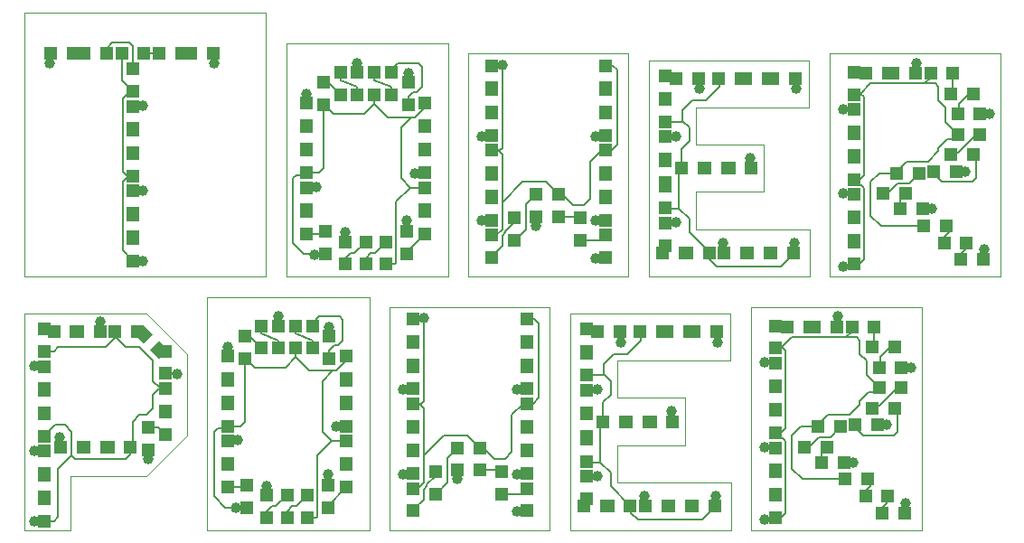
<source format=gtl>
G75*
G70*
%OFA0B0*%
%FSLAX25Y25*%
%IPPOS*%
%LPD*%
%AMOC8*
5,1,8,0,0,1.08239X$1,22.5*
%
%ADD10C,0.03970*%
%ADD14C,0.00600*%
%ADD15C,0.00000*%
%ADD16R,0.04720X0.04720*%
X0010000Y0010000D02*
G75*
%LPD*%
D15*
X0010000Y0010000D02*
X0010000Y0090000D01*
X0055000Y0090000D01*
X0070000Y0075000D01*
X0070000Y0045000D01*
X0055000Y0030000D01*
X0027000Y0030000D01*
X0027000Y0010000D01*
X0010000Y0010000D01*
D16*
X0017500Y0013360D03*
X0017500Y0021630D03*
X0017500Y0022110D03*
X0017500Y0030380D03*
X0017500Y0030860D03*
X0017500Y0039130D03*
X0023360Y0040620D03*
X0031630Y0040620D03*
X0032110Y0040620D03*
X0040380Y0040620D03*
X0040860Y0040620D03*
X0049130Y0040620D03*
X0055620Y0039610D03*
X0061870Y0045240D03*
X0055620Y0047880D03*
X0061870Y0053510D03*
X0061870Y0053990D03*
X0061870Y0062260D03*
X0061870Y0067740D03*
X0061870Y0076010D03*
X0051630Y0083120D03*
X0043360Y0083120D03*
X0037880Y0083120D03*
X0029610Y0083120D03*
X0029130Y0083120D03*
X0020860Y0083120D03*
X0017500Y0084130D03*
X0017500Y0075860D03*
X0017500Y0070380D03*
X0017500Y0062110D03*
X0017500Y0061630D03*
X0017500Y0053360D03*
X0017500Y0052880D03*
X0017500Y0044610D03*
D16*
G36*
X0056460Y0076450D02*
X0059790Y0079780D01*
X0063120Y0076450D01*
X0059790Y0073120D01*
X0056460Y0076450D01*
G37*
G36*
X0050620Y0082290D02*
X0053950Y0085620D01*
X0057280Y0082290D01*
X0053950Y0078960D01*
X0050620Y0082290D01*
G37*
D10*
X0038120Y0086870D03*
X0013750Y0070620D03*
X0066250Y0067500D03*
X0023120Y0044370D03*
X0013750Y0039370D03*
X0055620Y0036250D03*
X0013750Y0013120D03*
D14*
X0017260Y0013120D01*
X0017500Y0013360D01*
X0020860Y0013360D01*
X0022500Y0015000D01*
X0022500Y0032500D01*
X0027500Y0037500D01*
X0028750Y0036250D01*
X0047500Y0036250D01*
X0049130Y0037880D01*
X0049130Y0040620D01*
X0050000Y0041490D01*
X0050000Y0050000D01*
X0052500Y0052500D01*
X0055000Y0052500D01*
X0057500Y0055000D01*
X0057500Y0060000D01*
X0059760Y0062260D01*
X0061870Y0062260D01*
X0061630Y0062500D01*
X0060000Y0062500D01*
X0057500Y0065000D01*
X0057500Y0072500D01*
X0052500Y0077500D01*
X0047500Y0077500D01*
X0043360Y0081630D01*
X0043360Y0083120D01*
X0043360Y0080860D01*
X0040000Y0077500D01*
X0022500Y0077500D01*
X0020860Y0075860D01*
X0017500Y0075860D01*
X0017500Y0070380D02*
X0013990Y0070380D01*
X0013750Y0070620D01*
X0017500Y0062110D02*
X0017500Y0061630D01*
X0017500Y0053360D02*
X0017500Y0052880D01*
X0021250Y0048750D02*
X0017500Y0045000D01*
X0017500Y0044610D01*
X0023120Y0044370D02*
X0023360Y0044130D01*
X0023360Y0040620D01*
X0017500Y0039130D02*
X0017260Y0039370D01*
X0013750Y0039370D01*
X0027500Y0037500D02*
X0027500Y0046250D01*
X0025000Y0048750D01*
X0021250Y0048750D01*
X0031630Y0040620D02*
X0032110Y0040620D01*
X0040380Y0040620D02*
X0040860Y0040620D01*
X0055620Y0039610D02*
X0055620Y0036250D01*
X0061870Y0045240D02*
X0059230Y0047880D01*
X0055620Y0047880D01*
X0017500Y0030860D02*
X0017500Y0030380D01*
X0061870Y0067740D02*
X0066010Y0067740D01*
X0066250Y0067500D01*
X0061870Y0076010D02*
X0061430Y0076450D01*
X0059790Y0076450D01*
X0053950Y0082290D02*
X0053120Y0083120D01*
X0051630Y0083120D01*
X0037880Y0083120D02*
X0037880Y0086630D01*
X0038120Y0086870D01*
X0020860Y0083120D02*
X0019850Y0084130D01*
X0017500Y0084130D01*
X0029130Y0083120D02*
X0029610Y0083120D01*
X0077500Y0010000D02*
G75*
%LPD*%
D15*
X0077500Y0010000D02*
X0077500Y0096000D01*
X0137230Y0096000D01*
X0137230Y0010000D01*
X0077500Y0010000D01*
D16*
X0099370Y0014610D03*
X0106870Y0014610D03*
X0114370Y0014610D03*
X0121870Y0018360D03*
X0114370Y0022880D03*
X0106870Y0022880D03*
X0099370Y0022880D03*
X0091870Y0018360D03*
X0085000Y0025860D03*
X0091870Y0026630D03*
X0085000Y0034130D03*
X0085000Y0034610D03*
X0085000Y0042880D03*
X0085000Y0048360D03*
X0085000Y0056630D03*
X0085000Y0057110D03*
X0085000Y0065380D03*
X0085000Y0065860D03*
X0091250Y0073360D03*
X0085000Y0074130D03*
X0097500Y0077110D03*
X0103750Y0077110D03*
X0110000Y0077110D03*
X0116250Y0077110D03*
X0128750Y0074130D03*
X0122500Y0073360D03*
X0128750Y0065860D03*
X0128750Y0065380D03*
X0128750Y0057110D03*
X0128750Y0056630D03*
X0128750Y0048360D03*
X0128750Y0042880D03*
X0128750Y0034610D03*
X0128750Y0034130D03*
X0121870Y0026630D03*
X0128750Y0025860D03*
X0122500Y0081630D03*
X0116250Y0085380D03*
X0110000Y0085380D03*
X0103750Y0085380D03*
X0097500Y0085380D03*
X0091250Y0081630D03*
D10*
X0085000Y0077500D03*
X0122500Y0085000D03*
X0103750Y0088750D03*
X0125000Y0048120D03*
X0088750Y0043120D03*
X0121870Y0030620D03*
X0099370Y0026250D03*
X0088120Y0018120D03*
D14*
X0088120Y0018360D01*
X0084130Y0018360D01*
X0080000Y0022500D01*
X0080000Y0046250D01*
X0081250Y0047500D01*
X0084130Y0047500D01*
X0085000Y0048360D01*
X0089610Y0048360D01*
X0091250Y0050000D01*
X0091250Y0073360D01*
X0091630Y0073360D01*
X0095000Y0070000D01*
X0106250Y0070000D01*
X0110000Y0073750D01*
X0115000Y0068750D01*
X0123750Y0068750D01*
X0120000Y0065000D01*
X0120000Y0046250D01*
X0123360Y0042880D01*
X0118120Y0037640D01*
X0118120Y0015000D01*
X0117740Y0014610D01*
X0114370Y0014610D01*
X0106870Y0014610D02*
X0106870Y0016870D01*
X0108750Y0018750D01*
X0110240Y0018750D01*
X0114370Y0022880D01*
X0106870Y0022880D02*
X0102740Y0018750D01*
X0101250Y0018750D01*
X0099370Y0016870D01*
X0099370Y0014610D01*
X0091870Y0018360D02*
X0088120Y0018360D01*
X0099370Y0022880D02*
X0099370Y0026250D01*
X0091870Y0026630D02*
X0091100Y0025860D01*
X0085000Y0025860D01*
X0121870Y0018990D02*
X0128750Y0025860D01*
X0121870Y0018990D02*
X0121870Y0018360D01*
X0123360Y0042880D02*
X0128750Y0042880D01*
X0128510Y0048120D02*
X0125000Y0048120D01*
X0128510Y0048120D02*
X0128750Y0048360D01*
X0088750Y0043120D02*
X0088510Y0042880D01*
X0085000Y0042880D01*
X0123750Y0068750D02*
X0125000Y0068750D01*
X0128750Y0072500D01*
X0128750Y0074130D01*
X0124370Y0078120D02*
X0122500Y0076250D01*
X0122500Y0073360D01*
X0110000Y0073750D02*
X0110000Y0077110D01*
X0116250Y0077110D02*
X0116250Y0080000D01*
X0110000Y0082500D01*
X0110000Y0085380D01*
X0116250Y0085380D02*
X0116250Y0086250D01*
X0118750Y0088750D01*
X0126250Y0088750D01*
X0127500Y0087500D01*
X0127500Y0080000D01*
X0125620Y0078120D01*
X0124370Y0078120D01*
X0122500Y0081630D02*
X0122500Y0085000D01*
X0103750Y0085380D02*
X0103750Y0088750D01*
X0097500Y0085380D02*
X0097500Y0082500D01*
X0103750Y0080000D01*
X0103750Y0077110D01*
X0097500Y0077110D02*
X0092980Y0081630D01*
X0091250Y0081630D01*
X0085000Y0077500D02*
X0085000Y0074130D01*
X0144730Y0010000D02*
G75*
%LPD*%
D15*
X0144730Y0010000D02*
X0144730Y0092250D01*
X0203740Y0092250D01*
X0203740Y0010000D01*
X0144730Y0010000D01*
D16*
X0153480Y0017110D03*
X0161600Y0023360D03*
X0153480Y0025380D03*
X0153480Y0030860D03*
X0161600Y0031630D03*
X0169730Y0032110D03*
X0177850Y0032110D03*
X0185980Y0031630D03*
X0195350Y0030860D03*
X0195350Y0025380D03*
X0185980Y0023360D03*
X0195350Y0017110D03*
X0195350Y0039130D03*
X0195350Y0039610D03*
X0177850Y0040380D03*
X0169730Y0040380D03*
X0153480Y0039610D03*
X0153480Y0039130D03*
X0153480Y0047880D03*
X0153480Y0048360D03*
X0153480Y0056630D03*
X0153480Y0062110D03*
X0153480Y0070380D03*
X0153480Y0070860D03*
X0153480Y0079130D03*
X0153480Y0079610D03*
X0153480Y0087880D03*
X0195350Y0087880D03*
X0195350Y0079610D03*
X0195350Y0079130D03*
X0195350Y0070860D03*
X0195350Y0070380D03*
X0195350Y0062110D03*
X0195350Y0056630D03*
X0195350Y0048360D03*
X0195350Y0047880D03*
D10*
X0191600Y0061870D03*
X0149730Y0061870D03*
X0157230Y0088120D03*
X0149730Y0030620D03*
X0169730Y0028750D03*
X0191600Y0030620D03*
X0191600Y0016870D03*
D14*
X0195110Y0016870D01*
X0195350Y0017110D01*
X0193330Y0023360D02*
X0185980Y0023360D01*
X0193330Y0023360D02*
X0195350Y0025380D01*
X0195110Y0030620D02*
X0191600Y0030620D01*
X0195110Y0030620D02*
X0195350Y0030860D01*
X0185980Y0031630D02*
X0185490Y0032110D01*
X0177850Y0032110D01*
X0169730Y0032110D02*
X0169730Y0028750D01*
X0165980Y0027500D02*
X0165980Y0036630D01*
X0169730Y0040380D01*
X0173240Y0045000D02*
X0177850Y0040380D01*
X0178240Y0040000D01*
X0179730Y0040000D01*
X0183480Y0036250D01*
X0187230Y0036250D01*
X0189730Y0038750D01*
X0189730Y0052500D01*
X0193860Y0056630D01*
X0195350Y0056630D01*
X0197610Y0056630D01*
X0199730Y0058750D01*
X0199730Y0086250D01*
X0198090Y0087880D01*
X0195350Y0087880D01*
X0157230Y0088120D02*
X0157230Y0057500D01*
X0156360Y0056630D01*
X0153480Y0056630D01*
X0155590Y0056630D01*
X0157230Y0055000D01*
X0157230Y0037500D01*
X0164730Y0045000D01*
X0173240Y0045000D01*
X0153480Y0047880D02*
X0153480Y0048360D01*
X0153480Y0039610D02*
X0153480Y0039130D01*
X0157230Y0037500D02*
X0157230Y0027500D01*
X0155110Y0025380D01*
X0153480Y0025380D01*
X0157230Y0025000D02*
X0158480Y0026250D01*
X0158480Y0026870D01*
X0161600Y0030000D01*
X0161600Y0031630D01*
X0153480Y0030860D02*
X0149970Y0030860D01*
X0149730Y0030620D01*
X0157230Y0025000D02*
X0157230Y0021250D01*
X0153480Y0017500D01*
X0153480Y0017110D01*
X0161600Y0023360D02*
X0161840Y0023360D01*
X0165980Y0027500D01*
X0153480Y0062110D02*
X0149970Y0062110D01*
X0149730Y0061870D01*
X0153480Y0070380D02*
X0153480Y0070860D01*
X0153480Y0079130D02*
X0153480Y0079610D01*
X0153480Y0087880D02*
X0156990Y0087880D01*
X0157230Y0088120D01*
X0191600Y0061870D02*
X0195110Y0061870D01*
X0195350Y0062110D01*
X0211240Y0010000D02*
G75*
%LPD*%
D15*
X0211240Y0010000D02*
X0211240Y0089750D01*
X0270250Y0089750D01*
X0270250Y0072500D01*
X0228740Y0072500D01*
X0228740Y0058750D01*
X0253740Y0058750D01*
X0253740Y0041250D01*
X0228740Y0041250D01*
X0228740Y0027500D01*
X0270610Y0027500D01*
X0270610Y0010000D01*
X0211240Y0010000D01*
D16*
X0216480Y0018750D03*
X0224750Y0018750D03*
X0225230Y0018750D03*
X0217490Y0021490D03*
X0233500Y0018750D03*
X0238980Y0018750D03*
X0247250Y0018750D03*
X0247730Y0018750D03*
X0256000Y0018750D03*
X0256480Y0018750D03*
X0264750Y0018750D03*
X0217490Y0029760D03*
X0217490Y0035240D03*
X0217490Y0043510D03*
X0217490Y0044610D03*
X0223350Y0050000D03*
X0231620Y0050000D03*
X0232100Y0050000D03*
X0240370Y0050000D03*
X0240850Y0050000D03*
X0249120Y0050000D03*
X0217490Y0052880D03*
X0217490Y0053360D03*
X0217490Y0061630D03*
X0217490Y0067110D03*
X0217490Y0075380D03*
X0217490Y0075860D03*
X0221480Y0083120D03*
X0217490Y0084130D03*
X0229750Y0083120D03*
X0237100Y0083120D03*
X0245370Y0083120D03*
X0247100Y0083120D03*
X0255370Y0083120D03*
X0257100Y0083120D03*
X0265370Y0083120D03*
D10*
X0265610Y0079370D03*
X0229990Y0079370D03*
X0221240Y0061870D03*
X0248740Y0053750D03*
X0221240Y0030000D03*
X0238740Y0022500D03*
X0264990Y0022500D03*
D14*
X0264990Y0018750D01*
X0264750Y0018750D01*
X0264750Y0018510D01*
X0259990Y0013750D01*
X0236240Y0013750D01*
X0233740Y0016250D01*
X0233740Y0018510D01*
X0233500Y0018750D01*
X0233500Y0018990D01*
X0226240Y0026250D01*
X0226240Y0031250D01*
X0222490Y0035000D01*
X0222490Y0049130D01*
X0223350Y0050000D01*
X0223350Y0057110D01*
X0226240Y0060000D01*
X0226240Y0065000D01*
X0223740Y0067500D01*
X0223740Y0071250D01*
X0227490Y0075000D01*
X0232490Y0075000D01*
X0237490Y0080000D01*
X0237490Y0082740D01*
X0237100Y0083120D01*
X0229750Y0083120D02*
X0229750Y0079610D01*
X0229990Y0079370D01*
X0221480Y0083120D02*
X0220470Y0084130D01*
X0217490Y0084130D01*
X0245370Y0083120D02*
X0247100Y0083120D01*
X0255370Y0083120D02*
X0257100Y0083120D01*
X0265370Y0083120D02*
X0265370Y0079610D01*
X0265610Y0079370D01*
X0223740Y0067500D02*
X0223350Y0067110D01*
X0217490Y0067110D01*
X0217490Y0061630D02*
X0221000Y0061630D01*
X0221240Y0061870D01*
X0217490Y0053360D02*
X0217490Y0052880D01*
X0231620Y0050000D02*
X0232100Y0050000D01*
X0240370Y0050000D02*
X0240850Y0050000D01*
X0249120Y0050000D02*
X0249120Y0053360D01*
X0248740Y0053750D01*
X0217490Y0044610D02*
X0217490Y0043510D01*
X0217490Y0035240D02*
X0217730Y0035000D01*
X0222490Y0035000D01*
X0221240Y0030000D02*
X0221000Y0029760D01*
X0217490Y0029760D01*
X0217490Y0021490D02*
X0216480Y0020480D01*
X0216480Y0018750D01*
X0224750Y0018750D02*
X0225230Y0018750D01*
X0238980Y0018750D02*
X0238980Y0022260D01*
X0238740Y0022500D01*
X0247250Y0018750D02*
X0247730Y0018750D01*
X0256000Y0018750D02*
X0256480Y0018750D01*
X0217490Y0075380D02*
X0217490Y0075860D01*
X0278110Y0010000D02*
G75*
%LPD*%
D15*
X0278110Y0010000D02*
X0278110Y0092250D01*
X0340870Y0092250D01*
X0340870Y0010000D01*
X0278110Y0010000D01*
D16*
X0286860Y0014610D03*
X0286860Y0022880D03*
X0286860Y0023360D03*
X0312720Y0028750D03*
X0320990Y0028750D03*
X0312240Y0035000D03*
X0303970Y0035000D03*
X0286860Y0032110D03*
X0286860Y0031630D03*
X0320220Y0022500D03*
X0328490Y0022500D03*
X0326470Y0016250D03*
X0334740Y0016250D03*
X0305990Y0040620D03*
X0297720Y0040620D03*
X0286860Y0040380D03*
X0286860Y0045860D03*
X0302720Y0048120D03*
X0310990Y0048120D03*
X0316470Y0048750D03*
X0324740Y0048750D03*
X0322720Y0055000D03*
X0330990Y0055000D03*
X0333490Y0062500D03*
X0325220Y0062500D03*
X0325220Y0070000D03*
X0333490Y0070000D03*
X0330990Y0077500D03*
X0322720Y0077500D03*
X0323490Y0085000D03*
X0315220Y0085000D03*
X0309740Y0085000D03*
X0301470Y0085000D03*
X0299740Y0085000D03*
X0291470Y0085000D03*
X0286860Y0085380D03*
X0286860Y0077110D03*
X0286860Y0071630D03*
X0286860Y0063360D03*
X0286860Y0062880D03*
X0286860Y0054610D03*
X0286860Y0054130D03*
D10*
X0328110Y0048750D03*
X0283110Y0040620D03*
X0315610Y0035000D03*
X0334980Y0020000D03*
X0283110Y0013750D03*
X0336860Y0070000D03*
X0283110Y0071870D03*
X0309980Y0088750D03*
D14*
X0309740Y0088750D01*
X0309740Y0085000D01*
X0313110Y0081250D02*
X0315220Y0083360D01*
X0315220Y0085000D01*
X0323490Y0085000D02*
X0323490Y0078260D01*
X0322720Y0077500D01*
X0325610Y0073750D02*
X0329360Y0077500D01*
X0330990Y0077500D01*
X0325610Y0073750D02*
X0325610Y0070380D01*
X0325220Y0070000D01*
X0320610Y0072500D02*
X0320610Y0067110D01*
X0325220Y0062500D01*
X0325220Y0060860D01*
X0321470Y0060860D01*
X0318110Y0057500D01*
X0318110Y0056250D01*
X0314360Y0052500D01*
X0306470Y0052500D01*
X0302720Y0048750D01*
X0302720Y0048120D01*
X0296230Y0048120D01*
X0293110Y0045000D01*
X0293110Y0032500D01*
X0296860Y0028750D01*
X0312720Y0028750D01*
X0320990Y0028750D02*
X0321860Y0029130D01*
X0321860Y0026250D01*
X0320220Y0024610D01*
X0320220Y0022500D01*
X0326470Y0018360D02*
X0328110Y0020000D01*
X0328110Y0023360D01*
X0328490Y0022500D01*
X0334980Y0020000D02*
X0334980Y0017740D01*
X0334740Y0016250D01*
X0326470Y0016250D02*
X0326470Y0018360D01*
X0290610Y0016250D02*
X0288970Y0014610D01*
X0286860Y0014610D01*
X0286860Y0013750D01*
X0283110Y0013750D01*
X0290610Y0016250D02*
X0290610Y0042740D01*
X0287480Y0045860D01*
X0286860Y0045860D01*
X0288970Y0045860D01*
X0290610Y0047500D01*
X0290610Y0076250D01*
X0289360Y0077500D01*
X0293110Y0081250D01*
X0313110Y0081250D01*
X0316860Y0081250D01*
X0318110Y0080000D01*
X0318110Y0075000D01*
X0320610Y0072500D01*
X0333490Y0070000D02*
X0336860Y0070000D01*
X0333490Y0062500D02*
X0331860Y0062500D01*
X0325220Y0055860D01*
X0322720Y0055000D01*
X0330990Y0055000D02*
X0331860Y0054130D01*
X0331860Y0046250D01*
X0330610Y0045000D01*
X0319360Y0045000D01*
X0317720Y0046630D01*
X0316470Y0048750D01*
X0310990Y0048120D02*
X0307240Y0044370D01*
X0303110Y0044370D01*
X0299980Y0041250D01*
X0297720Y0040620D01*
X0303970Y0039230D02*
X0305990Y0040620D01*
X0303970Y0039230D02*
X0303970Y0035000D01*
X0312240Y0035000D02*
X0315610Y0035000D01*
X0286860Y0040380D02*
X0286860Y0040620D01*
X0283110Y0040620D01*
X0324740Y0048750D02*
X0328110Y0048750D01*
X0286860Y0071630D02*
X0286860Y0071870D01*
X0283110Y0071870D01*
X0286860Y0077110D02*
X0287240Y0077500D01*
X0289360Y0077500D01*
X0291470Y0085000D02*
X0287240Y0085000D01*
X0286860Y0085380D01*
X0010000Y0103500D02*
G75*
%LPD*%
D15*
X0010000Y0103500D02*
X0010000Y0200750D01*
X0099010Y0200750D01*
X0099010Y0103500D01*
X0010000Y0103500D01*
D16*
X0050000Y0109360D03*
X0050000Y0117630D03*
X0050000Y0118110D03*
X0050000Y0126380D03*
X0050000Y0126860D03*
X0050000Y0135130D03*
X0050000Y0140610D03*
X0050000Y0148880D03*
X0050000Y0149360D03*
X0050000Y0157630D03*
X0050000Y0158110D03*
X0050000Y0166380D03*
X0050000Y0171860D03*
X0050000Y0180130D03*
X0054130Y0186000D03*
X0059610Y0186000D03*
X0067880Y0186000D03*
X0071490Y0186000D03*
X0079760Y0186000D03*
X0045860Y0186000D03*
X0040380Y0186000D03*
X0032110Y0186000D03*
X0027880Y0186000D03*
X0019610Y0186000D03*
D10*
X0019370Y0182250D03*
X0080000Y0182250D03*
X0053750Y0166620D03*
X0053750Y0135370D03*
X0053750Y0109120D03*
D14*
X0050000Y0109360D01*
X0046250Y0113110D01*
X0046250Y0138500D01*
X0048360Y0140610D01*
X0050000Y0140610D01*
X0047880Y0140610D01*
X0046250Y0142250D01*
X0046250Y0169120D01*
X0048990Y0171860D01*
X0050000Y0171860D01*
X0045860Y0176000D01*
X0045860Y0186000D01*
X0042500Y0189750D02*
X0040380Y0187630D01*
X0040380Y0186000D01*
X0032110Y0186000D02*
X0027880Y0186000D01*
X0019610Y0186000D02*
X0019370Y0185760D01*
X0019370Y0182250D01*
X0042500Y0189750D02*
X0048750Y0189750D01*
X0050000Y0188500D01*
X0050000Y0180130D01*
X0054130Y0186000D02*
X0059610Y0186000D01*
X0067880Y0186000D02*
X0071490Y0186000D01*
X0079760Y0186000D02*
X0079760Y0182490D01*
X0080000Y0182250D01*
X0053750Y0166620D02*
X0053510Y0166380D01*
X0050000Y0166380D01*
X0050000Y0158110D02*
X0050000Y0157630D01*
X0050000Y0149360D02*
X0050000Y0148880D01*
X0050000Y0135130D02*
X0053750Y0135370D01*
X0050000Y0126860D02*
X0050000Y0126380D01*
X0050000Y0118110D02*
X0050000Y0117630D01*
X0106510Y0103500D02*
G75*
%LPD*%
D15*
X0106510Y0103500D02*
X0106510Y0189500D01*
X0166240Y0189500D01*
X0166240Y0103500D01*
X0106510Y0103500D01*
D16*
X0128380Y0108110D03*
X0135880Y0108110D03*
X0143380Y0108110D03*
X0150880Y0111860D03*
X0143380Y0116380D03*
X0135880Y0116380D03*
X0128380Y0116380D03*
X0120880Y0111860D03*
X0114010Y0119360D03*
X0120880Y0120130D03*
X0114010Y0127630D03*
X0114010Y0128110D03*
X0114010Y0136380D03*
X0114010Y0141860D03*
X0114010Y0150130D03*
X0114010Y0150610D03*
X0114010Y0158880D03*
X0114010Y0159360D03*
X0120260Y0166860D03*
X0114010Y0167630D03*
X0126510Y0170610D03*
X0132760Y0170610D03*
X0139010Y0170610D03*
X0145260Y0170610D03*
X0157760Y0167630D03*
X0151510Y0166860D03*
X0157760Y0159360D03*
X0157760Y0158880D03*
X0157760Y0150610D03*
X0157760Y0150130D03*
X0157760Y0141860D03*
X0157760Y0136380D03*
X0157760Y0128110D03*
X0157760Y0127630D03*
X0150880Y0120130D03*
X0157760Y0119360D03*
X0151510Y0175130D03*
X0145260Y0178880D03*
X0139010Y0178880D03*
X0132760Y0178880D03*
X0126510Y0178880D03*
X0120260Y0175130D03*
D10*
X0114010Y0171000D03*
X0151510Y0178500D03*
X0132760Y0182250D03*
X0154010Y0141620D03*
X0117760Y0136620D03*
X0150880Y0124120D03*
X0128380Y0119750D03*
X0117130Y0111620D03*
D14*
X0117130Y0111860D01*
X0113140Y0111860D01*
X0109010Y0116000D01*
X0109010Y0139750D01*
X0110260Y0141000D01*
X0113140Y0141000D01*
X0114010Y0141860D01*
X0118620Y0141860D01*
X0120260Y0143500D01*
X0120260Y0166860D01*
X0120640Y0166860D01*
X0124010Y0163500D01*
X0135260Y0163500D01*
X0139010Y0167250D01*
X0144010Y0162250D01*
X0152760Y0162250D01*
X0149010Y0158500D01*
X0149010Y0139750D01*
X0152370Y0136380D01*
X0147130Y0131140D01*
X0147130Y0108500D01*
X0146750Y0108110D01*
X0143380Y0108110D01*
X0135880Y0108110D02*
X0135880Y0110370D01*
X0137760Y0112250D01*
X0139250Y0112250D01*
X0143380Y0116380D01*
X0135880Y0116380D02*
X0131750Y0112250D01*
X0130260Y0112250D01*
X0128380Y0110370D01*
X0128380Y0108110D01*
X0120880Y0111860D02*
X0117130Y0111860D01*
X0128380Y0116380D02*
X0128380Y0119750D01*
X0120880Y0120130D02*
X0120110Y0119360D01*
X0114010Y0119360D01*
X0150880Y0112490D02*
X0157760Y0119360D01*
X0150880Y0112490D02*
X0150880Y0111860D01*
X0152370Y0136380D02*
X0157760Y0136380D01*
X0157520Y0141620D02*
X0154010Y0141620D01*
X0157520Y0141620D02*
X0157760Y0141860D01*
X0117760Y0136620D02*
X0117520Y0136380D01*
X0114010Y0136380D01*
X0152760Y0162250D02*
X0154010Y0162250D01*
X0157760Y0166000D01*
X0157760Y0167630D01*
X0153380Y0171620D02*
X0151510Y0169750D01*
X0151510Y0166860D01*
X0139010Y0167250D02*
X0139010Y0170610D01*
X0145260Y0170610D02*
X0145260Y0173500D01*
X0139010Y0176000D01*
X0139010Y0178880D01*
X0145260Y0178880D02*
X0145260Y0179750D01*
X0147760Y0182250D01*
X0155260Y0182250D01*
X0156510Y0181000D01*
X0156510Y0173500D01*
X0154630Y0171620D01*
X0153380Y0171620D01*
X0151510Y0175130D02*
X0151510Y0178500D01*
X0132760Y0178880D02*
X0132760Y0182250D01*
X0126510Y0178880D02*
X0126510Y0176000D01*
X0132760Y0173500D01*
X0132760Y0170610D01*
X0126510Y0170610D02*
X0121990Y0175130D01*
X0120260Y0175130D01*
X0114010Y0171000D02*
X0114010Y0167630D01*
X0173740Y0103500D02*
G75*
%LPD*%
D15*
X0173740Y0103500D02*
X0173740Y0185750D01*
X0232750Y0185750D01*
X0232750Y0103500D01*
X0173740Y0103500D01*
D16*
X0182490Y0110610D03*
X0190610Y0116860D03*
X0182490Y0118880D03*
X0182490Y0124360D03*
X0190610Y0125130D03*
X0198740Y0125610D03*
X0206860Y0125610D03*
X0214990Y0125130D03*
X0224360Y0124360D03*
X0224360Y0118880D03*
X0214990Y0116860D03*
X0224360Y0110610D03*
X0224360Y0132630D03*
X0224360Y0133110D03*
X0206860Y0133880D03*
X0198740Y0133880D03*
X0182490Y0133110D03*
X0182490Y0132630D03*
X0182490Y0141380D03*
X0182490Y0141860D03*
X0182490Y0150130D03*
X0182490Y0155610D03*
X0182490Y0163880D03*
X0182490Y0164360D03*
X0182490Y0172630D03*
X0182490Y0173110D03*
X0182490Y0181380D03*
X0224360Y0181380D03*
X0224360Y0173110D03*
X0224360Y0172630D03*
X0224360Y0164360D03*
X0224360Y0163880D03*
X0224360Y0155610D03*
X0224360Y0150130D03*
X0224360Y0141860D03*
X0224360Y0141380D03*
D10*
X0220610Y0155370D03*
X0178740Y0155370D03*
X0186240Y0181620D03*
X0178740Y0124120D03*
X0198740Y0122250D03*
X0220610Y0124120D03*
X0220610Y0110370D03*
D14*
X0224120Y0110370D01*
X0224360Y0110610D01*
X0222340Y0116860D02*
X0214990Y0116860D01*
X0222340Y0116860D02*
X0224360Y0118880D01*
X0224120Y0124120D02*
X0220610Y0124120D01*
X0224120Y0124120D02*
X0224360Y0124360D01*
X0214990Y0125130D02*
X0214500Y0125610D01*
X0206860Y0125610D01*
X0198740Y0125610D02*
X0198740Y0122250D01*
X0194990Y0121000D02*
X0194990Y0130130D01*
X0198740Y0133880D01*
X0202250Y0138500D02*
X0206860Y0133880D01*
X0207250Y0133500D01*
X0208740Y0133500D01*
X0212490Y0129750D01*
X0216240Y0129750D01*
X0218740Y0132250D01*
X0218740Y0146000D01*
X0222870Y0150130D01*
X0224360Y0150130D01*
X0226620Y0150130D01*
X0228740Y0152250D01*
X0228740Y0179750D01*
X0227100Y0181380D01*
X0224360Y0181380D01*
X0186240Y0181620D02*
X0186240Y0151000D01*
X0185370Y0150130D01*
X0182490Y0150130D01*
X0184600Y0150130D01*
X0186240Y0148500D01*
X0186240Y0131000D01*
X0193740Y0138500D01*
X0202250Y0138500D01*
X0182490Y0141380D02*
X0182490Y0141860D01*
X0182490Y0133110D02*
X0182490Y0132630D01*
X0186240Y0131000D02*
X0186240Y0121000D01*
X0184120Y0118880D01*
X0182490Y0118880D01*
X0186240Y0118500D02*
X0187490Y0119750D01*
X0187490Y0120370D01*
X0190610Y0123500D01*
X0190610Y0125130D01*
X0182490Y0124360D02*
X0178980Y0124360D01*
X0178740Y0124120D01*
X0186240Y0118500D02*
X0186240Y0114750D01*
X0182490Y0111000D01*
X0182490Y0110610D01*
X0190610Y0116860D02*
X0190850Y0116860D01*
X0194990Y0121000D01*
X0182490Y0155610D02*
X0178980Y0155610D01*
X0178740Y0155370D01*
X0182490Y0163880D02*
X0182490Y0164360D01*
X0182490Y0172630D02*
X0182490Y0173110D01*
X0182490Y0181380D02*
X0186000Y0181380D01*
X0186240Y0181620D01*
X0220610Y0155370D02*
X0224120Y0155370D01*
X0224360Y0155610D01*
X0240250Y0103500D02*
G75*
%LPD*%
D15*
X0240250Y0103500D02*
X0240250Y0183250D01*
X0299260Y0183250D01*
X0299260Y0166000D01*
X0257750Y0166000D01*
X0257750Y0152250D01*
X0282750Y0152250D01*
X0282750Y0134750D01*
X0257750Y0134750D01*
X0257750Y0121000D01*
X0299620Y0121000D01*
X0299620Y0103500D01*
X0240250Y0103500D01*
D16*
X0245490Y0112250D03*
X0253760Y0112250D03*
X0254240Y0112250D03*
X0246500Y0114990D03*
X0262510Y0112250D03*
X0267990Y0112250D03*
X0276260Y0112250D03*
X0276740Y0112250D03*
X0285010Y0112250D03*
X0285490Y0112250D03*
X0293760Y0112250D03*
X0246500Y0123260D03*
X0246500Y0128740D03*
X0246500Y0137010D03*
X0246500Y0138110D03*
X0252360Y0143500D03*
X0260630Y0143500D03*
X0261110Y0143500D03*
X0269380Y0143500D03*
X0269860Y0143500D03*
X0278130Y0143500D03*
X0246500Y0146380D03*
X0246500Y0146860D03*
X0246500Y0155130D03*
X0246500Y0160610D03*
X0246500Y0168880D03*
X0246500Y0169360D03*
X0250490Y0176620D03*
X0246500Y0177630D03*
X0258760Y0176620D03*
X0266110Y0176620D03*
X0274380Y0176620D03*
X0276110Y0176620D03*
X0284380Y0176620D03*
X0286110Y0176620D03*
X0294380Y0176620D03*
D10*
X0294620Y0172870D03*
X0259000Y0172870D03*
X0250250Y0155370D03*
X0277750Y0147250D03*
X0250250Y0123500D03*
X0267750Y0116000D03*
X0294000Y0116000D03*
D14*
X0294000Y0112250D01*
X0293760Y0112250D01*
X0293760Y0112010D01*
X0289000Y0107250D01*
X0265250Y0107250D01*
X0262750Y0109750D01*
X0262750Y0112010D01*
X0262510Y0112250D01*
X0262510Y0112490D01*
X0255250Y0119750D01*
X0255250Y0124750D01*
X0251500Y0128500D01*
X0251500Y0142630D01*
X0252360Y0143500D01*
X0252360Y0150610D01*
X0255250Y0153500D01*
X0255250Y0158500D01*
X0252750Y0161000D01*
X0252750Y0164750D01*
X0256500Y0168500D01*
X0261500Y0168500D01*
X0266500Y0173500D01*
X0266500Y0176240D01*
X0266110Y0176620D01*
X0258760Y0176620D02*
X0258760Y0173110D01*
X0259000Y0172870D01*
X0250490Y0176620D02*
X0249480Y0177630D01*
X0246500Y0177630D01*
X0274380Y0176620D02*
X0276110Y0176620D01*
X0284380Y0176620D02*
X0286110Y0176620D01*
X0294380Y0176620D02*
X0294380Y0173110D01*
X0294620Y0172870D01*
X0252750Y0161000D02*
X0252360Y0160610D01*
X0246500Y0160610D01*
X0246500Y0155130D02*
X0250010Y0155130D01*
X0250250Y0155370D01*
X0246500Y0146860D02*
X0246500Y0146380D01*
X0260630Y0143500D02*
X0261110Y0143500D01*
X0269380Y0143500D02*
X0269860Y0143500D01*
X0278130Y0143500D02*
X0278130Y0146860D01*
X0277750Y0147250D01*
X0246500Y0138110D02*
X0246500Y0137010D01*
X0246500Y0128740D02*
X0246740Y0128500D01*
X0251500Y0128500D01*
X0250250Y0123500D02*
X0250010Y0123260D01*
X0246500Y0123260D01*
X0246500Y0114990D02*
X0245490Y0113980D01*
X0245490Y0112250D01*
X0253760Y0112250D02*
X0254240Y0112250D01*
X0267990Y0112250D02*
X0267990Y0115760D01*
X0267750Y0116000D01*
X0276260Y0112250D02*
X0276740Y0112250D01*
X0285010Y0112250D02*
X0285490Y0112250D01*
X0246500Y0168880D02*
X0246500Y0169360D01*
X0307120Y0103500D02*
G75*
%LPD*%
D15*
X0307120Y0103500D02*
X0307120Y0185750D01*
X0369880Y0185750D01*
X0369880Y0103500D01*
X0307120Y0103500D01*
D16*
X0315870Y0108110D03*
X0315870Y0116380D03*
X0315870Y0116860D03*
X0341730Y0122250D03*
X0350000Y0122250D03*
X0341250Y0128500D03*
X0332980Y0128500D03*
X0315870Y0125610D03*
X0315870Y0125130D03*
X0349230Y0116000D03*
X0357500Y0116000D03*
X0355480Y0109750D03*
X0363750Y0109750D03*
X0335000Y0134120D03*
X0326730Y0134120D03*
X0315870Y0133880D03*
X0315870Y0139360D03*
X0331730Y0141620D03*
X0340000Y0141620D03*
X0345480Y0142250D03*
X0353750Y0142250D03*
X0351730Y0148500D03*
X0360000Y0148500D03*
X0362500Y0156000D03*
X0354230Y0156000D03*
X0354230Y0163500D03*
X0362500Y0163500D03*
X0360000Y0171000D03*
X0351730Y0171000D03*
X0352500Y0178500D03*
X0344230Y0178500D03*
X0338750Y0178500D03*
X0330480Y0178500D03*
X0328750Y0178500D03*
X0320480Y0178500D03*
X0315870Y0178880D03*
X0315870Y0170610D03*
X0315870Y0165130D03*
X0315870Y0156860D03*
X0315870Y0156380D03*
X0315870Y0148110D03*
X0315870Y0147630D03*
D10*
X0357120Y0142250D03*
X0312120Y0134120D03*
X0344620Y0128500D03*
X0363990Y0113500D03*
X0312120Y0107250D03*
X0365870Y0163500D03*
X0312120Y0165370D03*
X0338990Y0182250D03*
D14*
X0338750Y0182250D01*
X0338750Y0178500D01*
X0342120Y0174750D02*
X0344230Y0176860D01*
X0344230Y0178500D01*
X0352500Y0178500D02*
X0352500Y0171760D01*
X0351730Y0171000D01*
X0354620Y0167250D02*
X0358370Y0171000D01*
X0360000Y0171000D01*
X0354620Y0167250D02*
X0354620Y0163880D01*
X0354230Y0163500D01*
X0349620Y0166000D02*
X0349620Y0160610D01*
X0354230Y0156000D01*
X0354230Y0154360D01*
X0350480Y0154360D01*
X0347120Y0151000D01*
X0347120Y0149750D01*
X0343370Y0146000D01*
X0335480Y0146000D01*
X0331730Y0142250D01*
X0331730Y0141620D01*
X0325240Y0141620D01*
X0322120Y0138500D01*
X0322120Y0126000D01*
X0325870Y0122250D01*
X0341730Y0122250D01*
X0350000Y0122250D02*
X0350870Y0122630D01*
X0350870Y0119750D01*
X0349230Y0118110D01*
X0349230Y0116000D01*
X0355480Y0111860D02*
X0357120Y0113500D01*
X0357120Y0116860D01*
X0357500Y0116000D01*
X0363990Y0113500D02*
X0363990Y0111240D01*
X0363750Y0109750D01*
X0355480Y0109750D02*
X0355480Y0111860D01*
X0319620Y0109750D02*
X0317980Y0108110D01*
X0315870Y0108110D01*
X0315870Y0107250D01*
X0312120Y0107250D01*
X0319620Y0109750D02*
X0319620Y0136240D01*
X0316490Y0139360D01*
X0315870Y0139360D01*
X0317980Y0139360D01*
X0319620Y0141000D01*
X0319620Y0169750D01*
X0318370Y0171000D01*
X0322120Y0174750D01*
X0342120Y0174750D01*
X0345870Y0174750D01*
X0347120Y0173500D01*
X0347120Y0168500D01*
X0349620Y0166000D01*
X0362500Y0163500D02*
X0365870Y0163500D01*
X0362500Y0156000D02*
X0360870Y0156000D01*
X0354230Y0149360D01*
X0351730Y0148500D01*
X0360000Y0148500D02*
X0360870Y0147630D01*
X0360870Y0139750D01*
X0359620Y0138500D01*
X0348370Y0138500D01*
X0346730Y0140130D01*
X0345480Y0142250D01*
X0340000Y0141620D02*
X0336250Y0137870D01*
X0332120Y0137870D01*
X0328990Y0134750D01*
X0326730Y0134120D01*
X0332980Y0132730D02*
X0335000Y0134120D01*
X0332980Y0132730D02*
X0332980Y0128500D01*
X0341250Y0128500D02*
X0344620Y0128500D01*
X0315870Y0133880D02*
X0315870Y0134120D01*
X0312120Y0134120D01*
X0353750Y0142250D02*
X0357120Y0142250D01*
X0315870Y0165130D02*
X0315870Y0165370D01*
X0312120Y0165370D01*
X0315870Y0170610D02*
X0316250Y0171000D01*
X0318370Y0171000D01*
X0320480Y0178500D02*
X0316250Y0178500D01*
X0315870Y0178880D01*
M02*

</source>
